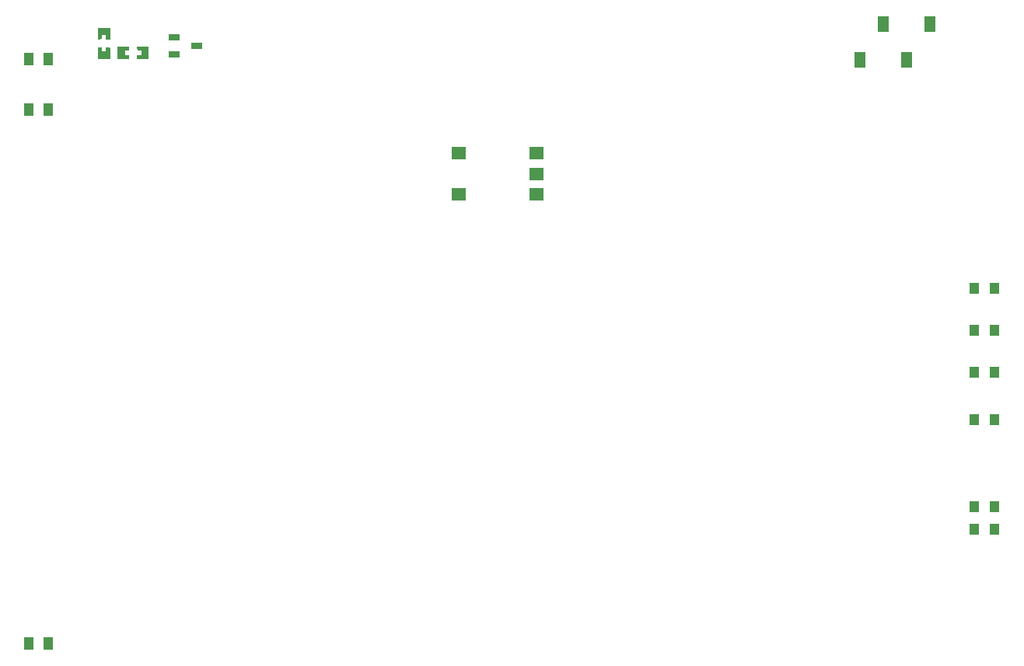
<source format=gtp>
G04 Layer: TopPasteMaskLayer*
G04 EasyEDA Pro v2.2.40.8, 2025-09-21 19:41:23*
G04 Gerber Generator version 0.3*
G04 Scale: 100 percent, Rotated: No, Reflected: No*
G04 Dimensions in millimeters*
G04 Leading zeros omitted, absolute positions, 4 integers and 5 decimals*
G04 Generated by one-click*
%FSLAX45Y45*%
%MOMM*%
%ADD10R,1.0X1.39954*%
%ADD11R,1.0X1.25001*%
%ADD12R,1.6X1.4*%
%ADD13R,1.25001X0.7*%
%ADD14R,1.27X1.8*%
%ADD15C,0.6905*%
G75*


G04 PolygonModel Start*
G36*
G01X7754619Y6530340D02*
G01X7665719Y6530340D01*
G01X7665719Y6454140D01*
G01X7754619Y6454140D01*
G01X7754619Y6530340D01*
G37*
G36*
G01X3484702Y7874500D02*
G01X3484702Y7746502D01*
G01X3479701Y7741501D01*
G01X3364700Y7741501D01*
G01X3359701Y7746502D01*
G01X3359198Y7787505D01*
G01X3404199Y7787505D01*
G01X3404199Y7832504D01*
G01X3360199Y7832504D01*
G01X3359701Y7874500D01*
G01X3364700Y7879502D01*
G01X3479701Y7879502D01*
G01X3484702Y7874500D01*
G37*
G36*
G01X3269701Y7874500D02*
G01X3269699Y7832504D01*
G01X3225201Y7832504D01*
G01X3225201Y7787505D01*
G01X3269198Y7787505D01*
G01X3269701Y7746502D01*
G01X3264700Y7741501D01*
G01X3149702Y7741501D01*
G01X3144700Y7746502D01*
G01X3144700Y7874500D01*
G01X3149702Y7879502D01*
G01X3264700Y7879502D01*
G01X3269701Y7874500D01*
G37*
G36*
G01X2933200Y8082102D02*
G01X3061198Y8082102D01*
G01X3066199Y8077101D01*
G01X3066199Y7962100D01*
G01X3061198Y7957101D01*
G01X3020195Y7956598D01*
G01X3020195Y8001599D01*
G01X2975196Y8001599D01*
G01X2975196Y7957599D01*
G01X2933200Y7957101D01*
G01X2928198Y7962100D01*
G01X2928198Y8077101D01*
G01X2933200Y8082102D01*
G37*
G36*
G01X2933200Y7867101D02*
G01X2975196Y7867099D01*
G01X2975196Y7822601D01*
G01X3020195Y7822601D01*
G01X3020195Y7866598D01*
G01X3061198Y7867101D01*
G01X3066199Y7862100D01*
G01X3066199Y7747102D01*
G01X3061198Y7742100D01*
G01X2933200Y7742100D01*
G01X2928198Y7747102D01*
G01X2928198Y7862100D01*
G01X2933200Y7867101D01*
G37*

G04 Pad Start*
G54D10*
G01X2180971Y7741920D03*
G01X2391029Y7741920D03*
G01X2180971Y1371600D03*
G01X2391029Y1371600D03*
G54D11*
G01X12698242Y2865130D03*
G01X12478228Y2865130D03*
G01X12698242Y2621290D03*
G01X12478228Y2621290D03*
G54D10*
G01X2180971Y7193280D03*
G01X2391029Y7193280D03*
G54D12*
G01X7704719Y6267240D03*
G01X6864721Y6267240D03*
G01X7704719Y6717240D03*
G01X6864721Y6717240D03*
G01X7704719Y6492240D03*
G54D11*
G01X12698242Y3810010D03*
G01X12478228Y3810010D03*
G01X12698242Y4328170D03*
G01X12478228Y4328170D03*
G01X12698242Y4785370D03*
G01X12478228Y4785370D03*
G01X12698242Y5242570D03*
G01X12478228Y5242570D03*
G54D13*
G01X4011173Y7886700D03*
G01X3761237Y7791704D03*
G01X3761237Y7981696D03*
G54D14*
G01X11988797Y8120212D03*
G01X11480797Y8120212D03*
G01X11734797Y7729408D03*
G01X11226797Y7729408D03*
G04 Pad End*

M02*


</source>
